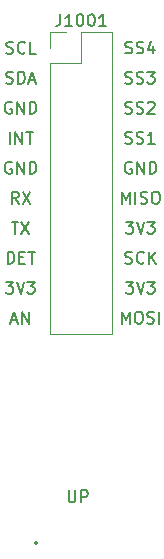
<source format=gbr>
G04 #@! TF.GenerationSoftware,KiCad,Pcbnew,6.0.0-rc1-unknown-9cac0a3~66~ubuntu16.04.1*
G04 #@! TF.CreationDate,2019-01-20T21:38:04+01:00
G04 #@! TF.ProjectId,trollfinger-breakout,74726f6c-6c66-4696-9e67-65722d627265,rev?*
G04 #@! TF.SameCoordinates,PX848f8c0PY66ff300*
G04 #@! TF.FileFunction,Legend,Top*
G04 #@! TF.FilePolarity,Positive*
%FSLAX46Y46*%
G04 Gerber Fmt 4.6, Leading zero omitted, Abs format (unit mm)*
G04 Created by KiCad (PCBNEW 6.0.0-rc1-unknown-9cac0a3~66~ubuntu16.04.1) date sön 20 jan 2019 21:38:04*
%MOMM*%
%LPD*%
G04 APERTURE LIST*
%ADD10C,0.150000*%
%ADD11C,0.120000*%
G04 APERTURE END LIST*
D10*
X5128095Y37330000D02*
X5032857Y37377620D01*
X4890000Y37377620D01*
X4747142Y37330000D01*
X4651904Y37234762D01*
X4604285Y37139524D01*
X4556666Y36949048D01*
X4556666Y36806191D01*
X4604285Y36615715D01*
X4651904Y36520477D01*
X4747142Y36425239D01*
X4890000Y36377620D01*
X4985238Y36377620D01*
X5128095Y36425239D01*
X5175714Y36472858D01*
X5175714Y36806191D01*
X4985238Y36806191D01*
X5604285Y36377620D02*
X5604285Y37377620D01*
X6175714Y36377620D01*
X6175714Y37377620D01*
X6651904Y36377620D02*
X6651904Y37377620D01*
X6890000Y37377620D01*
X7032857Y37330000D01*
X7128095Y37234762D01*
X7175714Y37139524D01*
X7223333Y36949048D01*
X7223333Y36806191D01*
X7175714Y36615715D01*
X7128095Y36520477D01*
X7032857Y36425239D01*
X6890000Y36377620D01*
X6651904Y36377620D01*
X4651904Y27217620D02*
X5270952Y27217620D01*
X4937619Y26836667D01*
X5080476Y26836667D01*
X5175714Y26789048D01*
X5223333Y26741429D01*
X5270952Y26646191D01*
X5270952Y26408096D01*
X5223333Y26312858D01*
X5175714Y26265239D01*
X5080476Y26217620D01*
X4794761Y26217620D01*
X4699523Y26265239D01*
X4651904Y26312858D01*
X5556666Y27217620D02*
X5890000Y26217620D01*
X6223333Y27217620D01*
X6461428Y27217620D02*
X7080476Y27217620D01*
X6747142Y26836667D01*
X6890000Y26836667D01*
X6985238Y26789048D01*
X7032857Y26741429D01*
X7080476Y26646191D01*
X7080476Y26408096D01*
X7032857Y26312858D01*
X6985238Y26265239D01*
X6890000Y26217620D01*
X6604285Y26217620D01*
X6509047Y26265239D01*
X6461428Y26312858D01*
X5128095Y42410000D02*
X5032857Y42457620D01*
X4890000Y42457620D01*
X4747142Y42410000D01*
X4651904Y42314762D01*
X4604285Y42219524D01*
X4556666Y42029048D01*
X4556666Y41886191D01*
X4604285Y41695715D01*
X4651904Y41600477D01*
X4747142Y41505239D01*
X4890000Y41457620D01*
X4985238Y41457620D01*
X5128095Y41505239D01*
X5175714Y41552858D01*
X5175714Y41886191D01*
X4985238Y41886191D01*
X5604285Y41457620D02*
X5604285Y42457620D01*
X6175714Y41457620D01*
X6175714Y42457620D01*
X6651904Y41457620D02*
X6651904Y42457620D01*
X6890000Y42457620D01*
X7032857Y42410000D01*
X7128095Y42314762D01*
X7175714Y42219524D01*
X7223333Y42029048D01*
X7223333Y41886191D01*
X7175714Y41695715D01*
X7128095Y41600477D01*
X7032857Y41505239D01*
X6890000Y41457620D01*
X6651904Y41457620D01*
X14811904Y27217620D02*
X15430952Y27217620D01*
X15097619Y26836667D01*
X15240476Y26836667D01*
X15335714Y26789048D01*
X15383333Y26741429D01*
X15430952Y26646191D01*
X15430952Y26408096D01*
X15383333Y26312858D01*
X15335714Y26265239D01*
X15240476Y26217620D01*
X14954761Y26217620D01*
X14859523Y26265239D01*
X14811904Y26312858D01*
X15716666Y27217620D02*
X16050000Y26217620D01*
X16383333Y27217620D01*
X16621428Y27217620D02*
X17240476Y27217620D01*
X16907142Y26836667D01*
X17050000Y26836667D01*
X17145238Y26789048D01*
X17192857Y26741429D01*
X17240476Y26646191D01*
X17240476Y26408096D01*
X17192857Y26312858D01*
X17145238Y26265239D01*
X17050000Y26217620D01*
X16764285Y26217620D01*
X16669047Y26265239D01*
X16621428Y26312858D01*
X4794761Y28757620D02*
X4794761Y29757620D01*
X5032857Y29757620D01*
X5175714Y29710000D01*
X5270952Y29614762D01*
X5318571Y29519524D01*
X5366190Y29329048D01*
X5366190Y29186191D01*
X5318571Y28995715D01*
X5270952Y28900477D01*
X5175714Y28805239D01*
X5032857Y28757620D01*
X4794761Y28757620D01*
X5794761Y29281429D02*
X6128095Y29281429D01*
X6270952Y28757620D02*
X5794761Y28757620D01*
X5794761Y29757620D01*
X6270952Y29757620D01*
X6556666Y29757620D02*
X7128095Y29757620D01*
X6842380Y28757620D02*
X6842380Y29757620D01*
X4985238Y38917620D02*
X4985238Y39917620D01*
X5461428Y38917620D02*
X5461428Y39917620D01*
X6032857Y38917620D01*
X6032857Y39917620D01*
X6366190Y39917620D02*
X6937619Y39917620D01*
X6651904Y38917620D02*
X6651904Y39917620D01*
X4675714Y44045239D02*
X4818571Y43997620D01*
X5056666Y43997620D01*
X5151904Y44045239D01*
X5199523Y44092858D01*
X5247142Y44188096D01*
X5247142Y44283334D01*
X5199523Y44378572D01*
X5151904Y44426191D01*
X5056666Y44473810D01*
X4866190Y44521429D01*
X4770952Y44569048D01*
X4723333Y44616667D01*
X4675714Y44711905D01*
X4675714Y44807143D01*
X4723333Y44902381D01*
X4770952Y44950000D01*
X4866190Y44997620D01*
X5104285Y44997620D01*
X5247142Y44950000D01*
X5675714Y43997620D02*
X5675714Y44997620D01*
X5913809Y44997620D01*
X6056666Y44950000D01*
X6151904Y44854762D01*
X6199523Y44759524D01*
X6247142Y44569048D01*
X6247142Y44426191D01*
X6199523Y44235715D01*
X6151904Y44140477D01*
X6056666Y44045239D01*
X5913809Y43997620D01*
X5675714Y43997620D01*
X6628095Y44283334D02*
X7104285Y44283334D01*
X6532857Y43997620D02*
X6866190Y44997620D01*
X7199523Y43997620D01*
X4699523Y46585239D02*
X4842380Y46537620D01*
X5080476Y46537620D01*
X5175714Y46585239D01*
X5223333Y46632858D01*
X5270952Y46728096D01*
X5270952Y46823334D01*
X5223333Y46918572D01*
X5175714Y46966191D01*
X5080476Y47013810D01*
X4890000Y47061429D01*
X4794761Y47109048D01*
X4747142Y47156667D01*
X4699523Y47251905D01*
X4699523Y47347143D01*
X4747142Y47442381D01*
X4794761Y47490000D01*
X4890000Y47537620D01*
X5128095Y47537620D01*
X5270952Y47490000D01*
X6270952Y46632858D02*
X6223333Y46585239D01*
X6080476Y46537620D01*
X5985238Y46537620D01*
X5842380Y46585239D01*
X5747142Y46680477D01*
X5699523Y46775715D01*
X5651904Y46966191D01*
X5651904Y47109048D01*
X5699523Y47299524D01*
X5747142Y47394762D01*
X5842380Y47490000D01*
X5985238Y47537620D01*
X6080476Y47537620D01*
X6223333Y47490000D01*
X6270952Y47442381D01*
X7175714Y46537620D02*
X6699523Y46537620D01*
X6699523Y47537620D01*
X14761904Y46595239D02*
X14904761Y46547620D01*
X15142857Y46547620D01*
X15238095Y46595239D01*
X15285714Y46642858D01*
X15333333Y46738096D01*
X15333333Y46833334D01*
X15285714Y46928572D01*
X15238095Y46976191D01*
X15142857Y47023810D01*
X14952380Y47071429D01*
X14857142Y47119048D01*
X14809523Y47166667D01*
X14761904Y47261905D01*
X14761904Y47357143D01*
X14809523Y47452381D01*
X14857142Y47500000D01*
X14952380Y47547620D01*
X15190476Y47547620D01*
X15333333Y47500000D01*
X15714285Y46595239D02*
X15857142Y46547620D01*
X16095238Y46547620D01*
X16190476Y46595239D01*
X16238095Y46642858D01*
X16285714Y46738096D01*
X16285714Y46833334D01*
X16238095Y46928572D01*
X16190476Y46976191D01*
X16095238Y47023810D01*
X15904761Y47071429D01*
X15809523Y47119048D01*
X15761904Y47166667D01*
X15714285Y47261905D01*
X15714285Y47357143D01*
X15761904Y47452381D01*
X15809523Y47500000D01*
X15904761Y47547620D01*
X16142857Y47547620D01*
X16285714Y47500000D01*
X17142857Y47214286D02*
X17142857Y46547620D01*
X16904761Y47595239D02*
X16666666Y46880953D01*
X17285714Y46880953D01*
X14761904Y44045239D02*
X14904761Y43997620D01*
X15142857Y43997620D01*
X15238095Y44045239D01*
X15285714Y44092858D01*
X15333333Y44188096D01*
X15333333Y44283334D01*
X15285714Y44378572D01*
X15238095Y44426191D01*
X15142857Y44473810D01*
X14952380Y44521429D01*
X14857142Y44569048D01*
X14809523Y44616667D01*
X14761904Y44711905D01*
X14761904Y44807143D01*
X14809523Y44902381D01*
X14857142Y44950000D01*
X14952380Y44997620D01*
X15190476Y44997620D01*
X15333333Y44950000D01*
X15714285Y44045239D02*
X15857142Y43997620D01*
X16095238Y43997620D01*
X16190476Y44045239D01*
X16238095Y44092858D01*
X16285714Y44188096D01*
X16285714Y44283334D01*
X16238095Y44378572D01*
X16190476Y44426191D01*
X16095238Y44473810D01*
X15904761Y44521429D01*
X15809523Y44569048D01*
X15761904Y44616667D01*
X15714285Y44711905D01*
X15714285Y44807143D01*
X15761904Y44902381D01*
X15809523Y44950000D01*
X15904761Y44997620D01*
X16142857Y44997620D01*
X16285714Y44950000D01*
X16619047Y44997620D02*
X17238095Y44997620D01*
X16904761Y44616667D01*
X17047619Y44616667D01*
X17142857Y44569048D01*
X17190476Y44521429D01*
X17238095Y44426191D01*
X17238095Y44188096D01*
X17190476Y44092858D01*
X17142857Y44045239D01*
X17047619Y43997620D01*
X16761904Y43997620D01*
X16666666Y44045239D01*
X16619047Y44092858D01*
X14761904Y41505239D02*
X14904761Y41457620D01*
X15142857Y41457620D01*
X15238095Y41505239D01*
X15285714Y41552858D01*
X15333333Y41648096D01*
X15333333Y41743334D01*
X15285714Y41838572D01*
X15238095Y41886191D01*
X15142857Y41933810D01*
X14952380Y41981429D01*
X14857142Y42029048D01*
X14809523Y42076667D01*
X14761904Y42171905D01*
X14761904Y42267143D01*
X14809523Y42362381D01*
X14857142Y42410000D01*
X14952380Y42457620D01*
X15190476Y42457620D01*
X15333333Y42410000D01*
X15714285Y41505239D02*
X15857142Y41457620D01*
X16095238Y41457620D01*
X16190476Y41505239D01*
X16238095Y41552858D01*
X16285714Y41648096D01*
X16285714Y41743334D01*
X16238095Y41838572D01*
X16190476Y41886191D01*
X16095238Y41933810D01*
X15904761Y41981429D01*
X15809523Y42029048D01*
X15761904Y42076667D01*
X15714285Y42171905D01*
X15714285Y42267143D01*
X15761904Y42362381D01*
X15809523Y42410000D01*
X15904761Y42457620D01*
X16142857Y42457620D01*
X16285714Y42410000D01*
X16666666Y42362381D02*
X16714285Y42410000D01*
X16809523Y42457620D01*
X17047619Y42457620D01*
X17142857Y42410000D01*
X17190476Y42362381D01*
X17238095Y42267143D01*
X17238095Y42171905D01*
X17190476Y42029048D01*
X16619047Y41457620D01*
X17238095Y41457620D01*
X14761904Y38965239D02*
X14904761Y38917620D01*
X15142857Y38917620D01*
X15238095Y38965239D01*
X15285714Y39012858D01*
X15333333Y39108096D01*
X15333333Y39203334D01*
X15285714Y39298572D01*
X15238095Y39346191D01*
X15142857Y39393810D01*
X14952380Y39441429D01*
X14857142Y39489048D01*
X14809523Y39536667D01*
X14761904Y39631905D01*
X14761904Y39727143D01*
X14809523Y39822381D01*
X14857142Y39870000D01*
X14952380Y39917620D01*
X15190476Y39917620D01*
X15333333Y39870000D01*
X15714285Y38965239D02*
X15857142Y38917620D01*
X16095238Y38917620D01*
X16190476Y38965239D01*
X16238095Y39012858D01*
X16285714Y39108096D01*
X16285714Y39203334D01*
X16238095Y39298572D01*
X16190476Y39346191D01*
X16095238Y39393810D01*
X15904761Y39441429D01*
X15809523Y39489048D01*
X15761904Y39536667D01*
X15714285Y39631905D01*
X15714285Y39727143D01*
X15761904Y39822381D01*
X15809523Y39870000D01*
X15904761Y39917620D01*
X16142857Y39917620D01*
X16285714Y39870000D01*
X17238095Y38917620D02*
X16666666Y38917620D01*
X16952380Y38917620D02*
X16952380Y39917620D01*
X16857142Y39774762D01*
X16761904Y39679524D01*
X16666666Y39631905D01*
X14478571Y33837620D02*
X14478571Y34837620D01*
X14811904Y34123334D01*
X15145238Y34837620D01*
X15145238Y33837620D01*
X15621428Y33837620D02*
X15621428Y34837620D01*
X16050000Y33885239D02*
X16192857Y33837620D01*
X16430952Y33837620D01*
X16526190Y33885239D01*
X16573809Y33932858D01*
X16621428Y34028096D01*
X16621428Y34123334D01*
X16573809Y34218572D01*
X16526190Y34266191D01*
X16430952Y34313810D01*
X16240476Y34361429D01*
X16145238Y34409048D01*
X16097619Y34456667D01*
X16050000Y34551905D01*
X16050000Y34647143D01*
X16097619Y34742381D01*
X16145238Y34790000D01*
X16240476Y34837620D01*
X16478571Y34837620D01*
X16621428Y34790000D01*
X17240476Y34837620D02*
X17430952Y34837620D01*
X17526190Y34790000D01*
X17621428Y34694762D01*
X17669047Y34504286D01*
X17669047Y34170953D01*
X17621428Y33980477D01*
X17526190Y33885239D01*
X17430952Y33837620D01*
X17240476Y33837620D01*
X17145238Y33885239D01*
X17050000Y33980477D01*
X17002380Y34170953D01*
X17002380Y34504286D01*
X17050000Y34694762D01*
X17145238Y34790000D01*
X17240476Y34837620D01*
X14764285Y28805239D02*
X14907142Y28757620D01*
X15145238Y28757620D01*
X15240476Y28805239D01*
X15288095Y28852858D01*
X15335714Y28948096D01*
X15335714Y29043334D01*
X15288095Y29138572D01*
X15240476Y29186191D01*
X15145238Y29233810D01*
X14954761Y29281429D01*
X14859523Y29329048D01*
X14811904Y29376667D01*
X14764285Y29471905D01*
X14764285Y29567143D01*
X14811904Y29662381D01*
X14859523Y29710000D01*
X14954761Y29757620D01*
X15192857Y29757620D01*
X15335714Y29710000D01*
X16335714Y28852858D02*
X16288095Y28805239D01*
X16145238Y28757620D01*
X16050000Y28757620D01*
X15907142Y28805239D01*
X15811904Y28900477D01*
X15764285Y28995715D01*
X15716666Y29186191D01*
X15716666Y29329048D01*
X15764285Y29519524D01*
X15811904Y29614762D01*
X15907142Y29710000D01*
X16050000Y29757620D01*
X16145238Y29757620D01*
X16288095Y29710000D01*
X16335714Y29662381D01*
X16764285Y28757620D02*
X16764285Y29757620D01*
X17335714Y28757620D02*
X16907142Y29329048D01*
X17335714Y29757620D02*
X16764285Y29186191D01*
X14478571Y23677620D02*
X14478571Y24677620D01*
X14811904Y23963334D01*
X15145238Y24677620D01*
X15145238Y23677620D01*
X15811904Y24677620D02*
X16002380Y24677620D01*
X16097619Y24630000D01*
X16192857Y24534762D01*
X16240476Y24344286D01*
X16240476Y24010953D01*
X16192857Y23820477D01*
X16097619Y23725239D01*
X16002380Y23677620D01*
X15811904Y23677620D01*
X15716666Y23725239D01*
X15621428Y23820477D01*
X15573809Y24010953D01*
X15573809Y24344286D01*
X15621428Y24534762D01*
X15716666Y24630000D01*
X15811904Y24677620D01*
X16621428Y23725239D02*
X16764285Y23677620D01*
X17002380Y23677620D01*
X17097619Y23725239D01*
X17145238Y23772858D01*
X17192857Y23868096D01*
X17192857Y23963334D01*
X17145238Y24058572D01*
X17097619Y24106191D01*
X17002380Y24153810D01*
X16811904Y24201429D01*
X16716666Y24249048D01*
X16669047Y24296667D01*
X16621428Y24391905D01*
X16621428Y24487143D01*
X16669047Y24582381D01*
X16716666Y24630000D01*
X16811904Y24677620D01*
X17050000Y24677620D01*
X17192857Y24630000D01*
X17621428Y23677620D02*
X17621428Y24677620D01*
X15288095Y37330000D02*
X15192857Y37377620D01*
X15050000Y37377620D01*
X14907142Y37330000D01*
X14811904Y37234762D01*
X14764285Y37139524D01*
X14716666Y36949048D01*
X14716666Y36806191D01*
X14764285Y36615715D01*
X14811904Y36520477D01*
X14907142Y36425239D01*
X15050000Y36377620D01*
X15145238Y36377620D01*
X15288095Y36425239D01*
X15335714Y36472858D01*
X15335714Y36806191D01*
X15145238Y36806191D01*
X15764285Y36377620D02*
X15764285Y37377620D01*
X16335714Y36377620D01*
X16335714Y37377620D01*
X16811904Y36377620D02*
X16811904Y37377620D01*
X17050000Y37377620D01*
X17192857Y37330000D01*
X17288095Y37234762D01*
X17335714Y37139524D01*
X17383333Y36949048D01*
X17383333Y36806191D01*
X17335714Y36615715D01*
X17288095Y36520477D01*
X17192857Y36425239D01*
X17050000Y36377620D01*
X16811904Y36377620D01*
X5128095Y23963334D02*
X5604285Y23963334D01*
X5032857Y23677620D02*
X5366190Y24677620D01*
X5699523Y23677620D01*
X6032857Y23677620D02*
X6032857Y24677620D01*
X6604285Y23677620D01*
X6604285Y24677620D01*
X14811904Y32297620D02*
X15430952Y32297620D01*
X15097619Y31916667D01*
X15240476Y31916667D01*
X15335714Y31869048D01*
X15383333Y31821429D01*
X15430952Y31726191D01*
X15430952Y31488096D01*
X15383333Y31392858D01*
X15335714Y31345239D01*
X15240476Y31297620D01*
X14954761Y31297620D01*
X14859523Y31345239D01*
X14811904Y31392858D01*
X15716666Y32297620D02*
X16050000Y31297620D01*
X16383333Y32297620D01*
X16621428Y32297620D02*
X17240476Y32297620D01*
X16907142Y31916667D01*
X17050000Y31916667D01*
X17145238Y31869048D01*
X17192857Y31821429D01*
X17240476Y31726191D01*
X17240476Y31488096D01*
X17192857Y31392858D01*
X17145238Y31345239D01*
X17050000Y31297620D01*
X16764285Y31297620D01*
X16669047Y31345239D01*
X16621428Y31392858D01*
X5128095Y32297620D02*
X5699523Y32297620D01*
X5413809Y31297620D02*
X5413809Y32297620D01*
X5937619Y32297620D02*
X6604285Y31297620D01*
X6604285Y32297620D02*
X5937619Y31297620D01*
X5723333Y33837620D02*
X5390000Y34313810D01*
X5151904Y33837620D02*
X5151904Y34837620D01*
X5532857Y34837620D01*
X5628095Y34790000D01*
X5675714Y34742381D01*
X5723333Y34647143D01*
X5723333Y34504286D01*
X5675714Y34409048D01*
X5628095Y34361429D01*
X5532857Y34313810D01*
X5151904Y34313810D01*
X6056666Y34837620D02*
X6723333Y33837620D01*
X6723333Y34837620D02*
X6056666Y33837620D01*
X9964285Y9547620D02*
X9964285Y8738096D01*
X10011904Y8642858D01*
X10059523Y8595239D01*
X10154761Y8547620D01*
X10345238Y8547620D01*
X10440476Y8595239D01*
X10488095Y8642858D01*
X10535714Y8738096D01*
X10535714Y9547620D01*
X11011904Y8547620D02*
X11011904Y9547620D01*
X11392857Y9547620D01*
X11488095Y9500000D01*
X11535714Y9452381D01*
X11583333Y9357143D01*
X11583333Y9214286D01*
X11535714Y9119048D01*
X11488095Y9071429D01*
X11392857Y9023810D01*
X11011904Y9023810D01*
D11*
X8420000Y48330000D02*
X9750000Y48330000D01*
X8420000Y47000000D02*
X8420000Y48330000D01*
X11020000Y48330000D02*
X13620000Y48330000D01*
X11020000Y45730000D02*
X11020000Y48330000D01*
X8420000Y45730000D02*
X11020000Y45730000D01*
X13620000Y48330000D02*
X13620000Y22810000D01*
X8420000Y45730000D02*
X8420000Y22810000D01*
X8420000Y22810000D02*
X13620000Y22810000D01*
D10*
X7351421Y5090000D02*
G75*
G03X7351421Y5090000I-141421J0D01*
G01*
X9258095Y49877620D02*
X9258095Y49163334D01*
X9210476Y49020477D01*
X9115238Y48925239D01*
X8972380Y48877620D01*
X8877142Y48877620D01*
X10258095Y48877620D02*
X9686666Y48877620D01*
X9972380Y48877620D02*
X9972380Y49877620D01*
X9877142Y49734762D01*
X9781904Y49639524D01*
X9686666Y49591905D01*
X10877142Y49877620D02*
X10972380Y49877620D01*
X11067619Y49830000D01*
X11115238Y49782381D01*
X11162857Y49687143D01*
X11210476Y49496667D01*
X11210476Y49258572D01*
X11162857Y49068096D01*
X11115238Y48972858D01*
X11067619Y48925239D01*
X10972380Y48877620D01*
X10877142Y48877620D01*
X10781904Y48925239D01*
X10734285Y48972858D01*
X10686666Y49068096D01*
X10639047Y49258572D01*
X10639047Y49496667D01*
X10686666Y49687143D01*
X10734285Y49782381D01*
X10781904Y49830000D01*
X10877142Y49877620D01*
X11829523Y49877620D02*
X11924761Y49877620D01*
X12020000Y49830000D01*
X12067619Y49782381D01*
X12115238Y49687143D01*
X12162857Y49496667D01*
X12162857Y49258572D01*
X12115238Y49068096D01*
X12067619Y48972858D01*
X12020000Y48925239D01*
X11924761Y48877620D01*
X11829523Y48877620D01*
X11734285Y48925239D01*
X11686666Y48972858D01*
X11639047Y49068096D01*
X11591428Y49258572D01*
X11591428Y49496667D01*
X11639047Y49687143D01*
X11686666Y49782381D01*
X11734285Y49830000D01*
X11829523Y49877620D01*
X13115238Y48877620D02*
X12543809Y48877620D01*
X12829523Y48877620D02*
X12829523Y49877620D01*
X12734285Y49734762D01*
X12639047Y49639524D01*
X12543809Y49591905D01*
M02*

</source>
